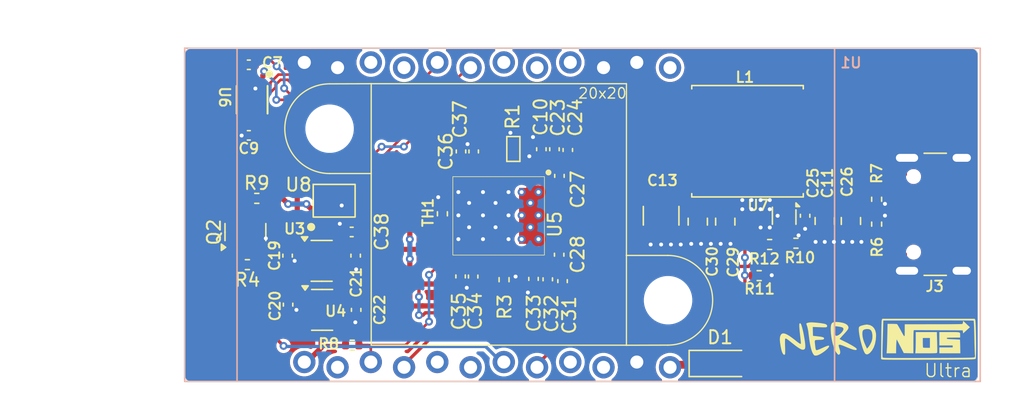
<source format=kicad_pcb>
(kicad_pcb (version 20240108) (generator "pcbnew") (generator_version "8.0")
  (layers (0 "F.Cu" signal) (31 "B.Cu" signal) (34 "B.Paste" user) (35 "F.Paste" user) (36 "B.SilkS" user "B.Silkscreen") (37 "F.SilkS" user "F.Silkscreen") (38 "B.Mask" user) (39 "F.Mask" user) (44 "Edge.Cuts" user))
  (net 0 "")
  (net 1 "/BM1397/1V8")
  (net 2 "GND")
  (net 3 "/BM1397/0V8")
  (net 4 "/BM1397/VDD")
  (net 5 "/BM1397/3V3")
  (net 6 "/Power/PEN")
  (net 7 "Net-(U7-SW)")
  (net 8 "/BM1397/RST_N")
  (net 9 "/BM1397/BM_CLKI")
  (net 10 "/BM1397/TMP")
  (net 15 "Net-(J3-CC1)")
  (net 17 "Net-(J3-CC2)")
  (net 19 "/BM1397/RO")
  (net 20 "/BM1397/CI")
  (net 24 "/BM1397/RST")
  (net 33 "Net-(U7-VFB)")
  (net 34 "/BM1397/TX")
  (net 35 "/BM1397/RX")
  (net 38 "/Power/VBUS")
  (net 39 "Net-(D1-K)")
  (net 40 "Net-(U5-VDD3_0)")
  (net 41 "Net-(U5-VDD2_0)")
  (net 42 "Net-(U5-VDD1_0)")
  (net 43 "Net-(U5-VDD1_1)")
  (net 44 "Net-(U5-VDD2_1)")
  (net 45 "Net-(U5-VDD3_1)")
  (net 46 "Net-(U5-BI)")
  (net 47 "Net-(U5-RI)")
  (footprint "Package_TO_SOT_SMD:SOT-23-5" (layer "F.Cu") (at 90.8 73.5)
    (property "Reference" "U4")
    (property "Value" "MCP1824T-0802E")
  )
  (footprint "Resistor_SMD:R_0402_1005Metric" (layer "F.Cu") (at 133.165 65.04 90)
    (property "Reference" "R7")
    (property "Value" "5.1k")
  )
  (footprint "Inductor_SMD:L_Cenker_CKCS8040" (layer "F.Cu") (at 123.3 60.6 180)
    (property "Reference" "L1")
    (property "Value" "1.5µH/8A/11.5A")
  )
  (footprint "LOGO" (layer "F.Cu") (at 133.27 75.74)
    (property "Reference" "G***" (hide yes))
    (property "Value" "LOGO" (hide yes))
  )
  (footprint "Capacitor_SMD:C_0805_2012Metric" (layer "F.Cu") (at 121.6 66.75 -90)
    (property "Reference" "C29")
    (property "Value" "22uF")
  )
  (footprint "Capacitor_SMD:C_0402_1005Metric" (layer "F.Cu") (at 108.91 69.28 -90)
    (property "Reference" "C28")
    (property "Value" "1uF")
  )
  (footprint "Capacitor_SMD:C_0402_1005Metric" (layer "F.Cu") (at 108.93 63.25 -90)
    (property "Reference" "C27")
    (property "Value" "1uF")
  )
  (footprint "Capacitor_SMD:C_0402_1005Metric" (layer "F.Cu") (at 85.2 54.7504 180)
    (property "Reference" "C7")
    (property "Value" "0.1uF")
  )
  (footprint "Resistor_SMD:R_0402_1005Metric" (layer "F.Cu") (at 133.165 66.94 -90)
    (property "Reference" "R6")
    (property "Value" "5.1k")
  )
  (footprint "Capacitor_SMD:C_0402_1005Metric" (layer "F.Cu") (at 107.55 61.21 -90)
    (property "Reference" "C10")
    (property "Value" "1uF")
  )
  (footprint "Capacitor_SMD:C_0402_1005Metric" (layer "F.Cu") (at 108.04 71.16 -90)
    (property "Reference" "C32")
    (property "Value" "1uF")
  )
  (footprint "Capacitor_SMD:C_0402_1005Metric" (layer "F.Cu") (at 88.2 73.1 -90)
    (property "Reference" "C20")
    (property "Value" "0.1uF")
  )
  (footprint "Capacitor_SMD:C_0402_1005Metric" (layer "F.Cu") (at 101.41 61.38 90)
    (property "Reference" "C36")
    (property "Value" "1uF")
  )
  (footprint "Capacitor_SMD:C_0402_1005Metric" (layer "F.Cu") (at 93.06 67.54)
    (property "Reference" "C38")
    (property "Value" "0.1uF")
  )
  (footprint "Capacitor_SMD:C_0402_1005Metric" (layer "F.Cu") (at 109.57 61.27 -90)
    (property "Reference" "C24")
    (property "Value" "1uF")
  )
  (footprint "Connector_USB:USB_C_Receptacle_GCT_USB4105-xx-A_16P_TopMnt_Horizontal" (layer "F.Cu") (at 138.59 66.19 90)
    (property "Reference" "J3")
    (property "Value" "USB_C_Receptacle_USB2.0")
  )
  (footprint "Capacitor_SMD:C_0402_1005Metric" (layer "F.Cu") (at 108.55 61.21 -90)
    (property "Reference" "C23")
    (property "Value" "1uF")
  )
  (footprint "Resistor_SMD:R_0402_1005Metric" (layer "F.Cu") (at 93.1 76.2 180)
    (property "Reference" "R8")
    (property "Value" "10k")
  )
  (footprint "Resistor_SMD:R_0402_1005Metric" (layer "F.Cu") (at 85.09 70.04 180)
    (property "Reference" "R4")
    (property "Value" "10k")
  )
  (footprint "Capacitor_SMD:C_0402_1005Metric" (layer "F.Cu") (at 109.17 71.3 -90)
    (property "Reference" "C31")
    (property "Value" "1uF")
  )
  (footprint "Capacitor_SMD:C_0402_1005Metric" (layer "F.Cu") (at 106.95 71.13 -90)
    (property "Reference" "C33")
    (property "Value" "1uF")
  )
  (footprint "Capacitor_SMD:C_0805_2012Metric" (layer "F.Cu") (at 131.2 66.7 -90)
    (property "Reference" "C26")
    (property "Value" "10uF")
  )
  (footprint "Package_TO_SOT_SMD:SOT-23" (layer "F.Cu") (at 84.94 67.55 90)
    (property "Reference" "Q2")
    (property "Value" "2N7002")
  )
  (footprint "Capacitor_SMD:C_0805_2012Metric" (layer "F.Cu") (at 129.2 66.7 -90)
    (property "Reference" "C11")
    (property "Value" "10uF")
  )
  (footprint "Capacitor_SMD:C_0805_2012Metric" (layer "F.Cu") (at 119.5 66.75 -90)
    (property "Reference" "C30")
    (property "Value" "22uF")
  )
  (footprint "Capacitor_SMD:C_1210_3225Metric" (layer "F.Cu") (at 116.7 66.3 -90)
    (property "Reference" "C13")
    (property "Value" "330uF")
  )
  (footprint "Capacitor_SMD:C_0402_1005Metric" (layer "F.Cu") (at 93.3625 69.350001 -90)
    (property "Reference" "C21")
    (property "Value" "1uF")
  )
  (footprint "Fiducial:Fiducial_1mm_Mask2mm" (layer "F.Cu") (at 139.3 55.1)
    (property "Reference" "FID2" (hide yes))
    (property "Value" "Fiducial")
  )
  (footprint "Capacitor_SMD:C_0402_1005Metric" (layer "F.Cu") (at 85.2 60.1504 180)
    (property "Reference" "C9")
    (property "Value" "0.1uF")
  )
  (footprint "Diode_SMD:D_SOD-123" (layer "F.Cu") (at 121.2 77.6)
    (property "Reference" "D1")
    (property "Value" "1N5819WS")
  )
  (footprint "Resistor_SMD:R_0402_1005Metric" (layer "F.Cu") (at 124.99 68.5 180)
    (property "Reference" "R12")
    (property "Value" "9.31k")
  )
  (footprint "bitaxe:SO8_DCU_TEX" (layer "F.Cu") (at 85.450063 57.4252 -90)
    (property "Reference" "U6")
    (property "Value" "TXU0202DCUR")
  )
  (footprint "Capacitor_SMD:C_0402_1005Metric" (layer "F.Cu") (at 88.1625 69.350001 -90)
    (property "Reference" "C19")
    (property "Value" "1uF")
  )
  (footprint "Capacitor_SMD:C_0402_1005Metric" (layer "F.Cu") (at 93.4 73.5 -90)
    (property "Reference" "C22")
    (property "Value" "1uF")
  )
  (footprint "myfootprints:960-19-15-F-AB-0" (layer "F.Cu") (at 104.3 66.2 90)
    (property "Reference" "HS1" (hide yes))
    (property "Value" "Heatsink")
  )
  (footprint "bitaxe:O 25,0-JO32-B-1V3-1-T1-LF" (layer "F.Cu") (at 91.72 65.15)
    (property "Reference" "U8")
    (property "Value" "25MHz")
  )
  (footprint "Fiducial:Fiducial_1mm_Mask2mm" (layer "F.Cu") (at 81.9 77.4)
    (property "Reference" "FID3" (hide yes))
    (property "Value" "Fiducial")
  )
  (footprint "myfootprints:dummy" (layer "F.Cu") (at 91.38 59.65 180)
    (property "Reference" "REF**" (hide yes))
    (property "Value" "dummy" (hide yes))
  )
  (footprint "Resistor_SMD:R_0402_1005Metric" (layer "F.Cu") (at 99.99 66.15 -90)
    (property "Reference" "TH1")
    (property "Value" "10k Thermistor")
  )
  (footprint "Capacitor_SMD:C_0402_1005Metric" (layer "F.Cu") (at 102.38 61.38 90)
    (property "Reference" "C37")
    (property "Value" "1uF")
  )
  (footprint "Package_TO_SOT_SMD:SOT-23-5" (layer "F.Cu") (at 90.7625 69.750001)
    (property "Reference" "U3")
    (property "Value" "MCP1824T-1802E")
  )
  (footprint "Capacitor_SMD:C_0402_1005Metric" (layer "F.Cu") (at 101.38 70.94 -90)
    (property "Reference" "C35")
    (property "Value" "1uF")
  )
  (footprint "bitaxe:BM1366" (layer "F.Cu") (at 104.283758 66.307743 -90)
    (property "Reference" "U5")
    (property "Value" "BM1366_mode1")
  )
  (footprint "Resistor_SMD:R_0402_1005Metric" (layer "F.Cu") (at 127 68.4 180)
    (property "Reference" "R10")
    (property "Value" "10k")
  )
  (footprint "Resistor_SMD:R_0402_1005Metric" (layer "F.Cu") (at 104.7 71.19 -90)
    (property "Reference" "R3")
    (property "Value" "10k")
  )
  (footprint "Capacitor_SMD:C_0402_1005Metric" (layer "F.Cu") (at 102.34 70.95 -90)
    (property "Reference" "C34")
    (property "Value" "1uF")
  )
  (footprint "PCM_Resistor_SMD_AKL:R_0402_1005Metric" (layer "F.Cu") (at 105.41 61.19 -90)
    (property "Reference" "R1")
    (property "Value" "10k" (hide yes))
  )
  (footprint "myfootprints:SOT-563" (layer "F.Cu") (at 126.1 66.3 -90)
    (property "Reference" "U7")
    (property "Value" "TPS566247DRLR")
  )
  (footprint "Fiducial:Fiducial_1mm_Mask2mm" (layer "F.Cu") (at 81.9 55.1)
    (property "Reference" "FID1" (hide yes))
    (property "Value" "Fiducial")
  )
  (footprint "Capacitor_SMD:C_0402_1005Metric" (layer "F.Cu") (at 127.7 66.3 -90)
    (property "Reference" "C25")
    (property "Value" "0.1uF")
  )
  (footprint "Resistor_SMD:R_0402_1005Metric" (layer "F.Cu") (at 85.81 64.97)
    (property "Reference" "R9")
    (property "Value" "5.1k")
  )
  (footprint "Resistor_SMD:R_0402_1005Metric" (layer "F.Cu") (at 124.19 70.88)
    (property "Reference" "R11")
    (property "Value" "10k")
  )
  (footprint "myfootprints:T-Display-S3-friction-fit" (layer "B.Cu") (at 110.69 66.23 -90)
    (property "Reference" "U1")
    (property "Value" "T-Display-S3")
  )
  (gr_arc (start 80.3 54) (mid 80.446447 53.646447) (end 80.8 53.5) (stroke (width 0.05)) (layer "Edge.Cuts"))
  (gr_line (start 80.8 79) (end 140.4 79) (stroke (width 0.05)) (layer "Edge.Cuts"))
  (gr_arc (start 140.9 78.5) (mid 140.753553 78.853553) (end 140.4 79) (stroke (width 0.05)) (layer "Edge.Cuts"))
  (gr_arc (start 80.8 79) (mid 80.446447 78.853553) (end 80.3 78.5) (stroke (width 0.05)) (layer "Edge.Cuts"))
  (gr_line (start 80.3 54) (end 80.3 78.5) (stroke (width 0.05)) (layer "Edge.Cuts"))
  (gr_line (start 140.9 78.5) (end 140.9 54) (stroke (width 0.05)) (layer "Edge.Cuts"))
  (gr_line (start 140.4 53.5) (end 80.8 53.5) (stroke (width 0.05)) (layer "Edge.Cuts"))
  (gr_arc (start 140.4 53.5) (mid 140.753553 53.646447) (end 140.9 54) (stroke (width 0.05)) (layer "Edge.Cuts"))
  (gr_text "20x20" (at 110.3 57.4 0) (layer "F.SilkS") (effects (font (size 0.8 0.8) (thickness 0.1)) (justify left bottom)))
  (gr_text "Ultra" (at 136.73 78.73 0) (layer "F.SilkS") (effects (font (size 1 1) (thickness 0.1)) (justify left bottom)))
  (segment (start 86.2304 60.1504) (end 85.68 60.1504) (width 0.4) (layer "F.Cu") (net 1))
  (segment (start 90.445 66.425) (end 91.535 67.515) (width 0.4) (layer "F.Cu") (net 1))
  (segment (start 85.700126 60.130274) (end 85.68 60.1504) (width 0.2) (layer "F.Cu") (net 1))
  (segment (start 100.41 61.86) (end 101.41 61.86) (width 0.4) (layer "F.Cu") (net 1))
  (segment (start 98.2 69) (end 98.070001 68.870001) (width 0.4) (layer "F.Cu") (net 1))
  (segment (start 90.445 64.365) (end 90.445 65.4) (width 0.4) (layer "F.Cu") (net 1))
  (segment (start 98.070001 68.870001) (end 93.3625 68.870001) (width 0.4) (layer "F.Cu") (net 1))
  (segment (start 98.2 71.8) (end 98.48 71.52) (width 0.254) (layer "F.Cu") (net 1))
  (segment (start 98.686246 73.723) (end 98.509246 73.9) (width 0.254) (layer "F.Cu") (net 1))
  (segment (start 87.8 65) (end 88.2 65.4) (width 0.4) (layer "F.Cu") (net 1))
  (segment (start 89.6 65.4) (end 89.6 65.42) (width 0.4) (layer "F.Cu") (net 1))
  (segment (start 101.033758 69.223743) (end 101.033758 70.113758) (width 0.2) (layer "F.Cu") (net 1))
  (segment (start 85.700126 59) (end 85.700126 60.130274) (width 0.2) (layer "F.Cu") (net 1))
  (segment (start 90.445 65.4) (end 90.445 66.265) (width 0.4) (layer "F.Cu") (net 1))
  (segment (start 101.020758 63.391743) (end 101.020758 62.249242) (width 0.2) (layer "F.Cu") (net 1))
  (segment (start 99.126008 71.52) (end 98.52 71.52) (width 0.4) (layer "F.Cu") (net 1))
  (segment (start 91.9 68.800002) (end 91.535 68.435002) (width 0.4) (layer "F.Cu") (net 1))
  (segment (start 91.9 68.800002) (end 93.292501 68.800002) (width 0.4) (layer "F.Cu") (net 1))
  (segment (start 100.88 70.46) (end 101.38 70.46) (width 0.4) (layer "F.Cu") (net 1))
  (segment (start 93.3625 68.870001) (end 93.3625 67.7175) (width 0.4) (layer "F.Cu") (net 1))
  (segment (start 101.020758 62.249242) (end 101.41 61.86) (width 0.2) (layer "F.Cu") (net 1))
  (segment (start 90.445 66.265) (end 90.445 66.425) (width 0.4) (layer "F.Cu") (net 1))
  (segment (start 98.509246 73.9) (end 98.2 73.9) (width 0.254) (layer "F.Cu") (net 1))
  (segment (start 86.7 65) (end 87.8 65) (width 0.4) (layer "F.Cu") (net 1))
  (segment (start 99.126008 71.52) (end 99.82 71.52) (width 0.4) (layer "F.Cu") (net 1))
  (segment (start 98.48 71.52) (end 99.126008 71.52) (width 0.254) (layer "F.Cu") (net 1))
  (segment (start 98.216669 71.216669) (end 98.216669 64.053331) (width 0.4) (layer "F.Cu") (net 1))
  (segment (start 90.445 64.365) (end 86.2304 60.1504) (width 0.4) (layer "F.Cu") (net 1))
  (segment (start 85.700126 59) (end 85.2 59) (width 0.2) (layer "F.Cu") (net 1))
  (segment (start 91.535 68.435002) (end 91.535 67.515) (width 0.4) (layer "F.Cu") (net 1))
  (segment (start 104.7 71.7) (end 102.677 73.723) (width 0.254) (layer "F.Cu") (net 1))
  (segment (start 98.216669 64.053331) (end 100.41 61.86) (width 0.4) (layer "F.Cu") (net 1))
  (segment (start 101.033758 70.113758) (end 101.38 70.46) (width 0.2) (layer "F.Cu") (net 1))
  (segment (start 86.41 65) (end 86.7 65) (width 0.4) (layer "F.Cu") (net 1))
  (segment (start 89.6 65.42) (end 90.445 66.265) (width 0.4) (layer "F.Cu") (net 1))
  (segment (start 98.2 72.5) (end 98.2 71.8) (width 0.254) (layer "F.Cu") (net 1))
  (segment (start 98.52 71.52) (end 98.216669 71.216669) (width 0.4) (layer "F.Cu") (net 1))
  (segment (start 93.3625 67.7175) (end 93.54 67.54) (width 0.4) (layer "F.Cu") (net 1))
  (segment (start 102.677 73.723) (end 98.686246 73.723) (width 0.254) (layer "F.Cu") (net 1))
  (segment (start 93.292501 68.800002) (end 93.3625 68.870001) (width 0.4) (layer "F.Cu") (net 1))
  (segment (start 99.82 71.52) (end 100.88 70.46) (width 0.4) (layer "F.Cu") (net 1))
  (via (at 89.6 65.4) (size 0.6) (drill 0.3) (layers "F.Cu" "B.Cu") (net 1))
  (via (at 98.2 73.9) (size 0.6) (drill 0.3) (layers "F.Cu" "B.Cu") (net 1))
  (via (at 88.2 65.4) (size 0.6) (drill 0.3) (layers "F.Cu" "B.Cu") (net 1))
  (via (at 98.2 72.5) (size 0.6) (drill 0.3) (layers "F.Cu" "B.Cu") (net 1))
  (segment (start 98.2 73.9) (end 98.2 72.5) (width 0.254) (layer "B.Cu") (net 1))
  (segment (start 88.2 65.4) (end 89.6 65.4) (width 0.4) (layer "B.Cu") (net 1))
  (segment (start 102.34 71.43) (end 102.23 71.43) (width 0.2) (layer "F.Cu") (net 2))
  (segment (start 102.01 67.99) (end 102.01 67.9) (width 0.2) (layer "F.Cu") (net 2))
  (segment (start 129.2 67.65) (end 131.2 67.65) (width 0.6) (layer "F.Cu") (net 2))
  (segment (start 89.625 69.750001) (end 88.2425 69.750001) (width 0.4) (layer "F.Cu") (net 2))
  (segment (start 101.38 71.42) (end 101.46 71.42) (width 0.2) (layer "F.Cu") (net 2))
  (segment (start 133.8 65.39) (end 133.325 65.39) (width 0.2) (layer "F.Cu") (net 2))
  (segment (start 106.040758 63.391743) (end 106.040758 62.573852) (width 0.2) (layer "F.Cu") (net 2))
  (segment (start 119.5 67.7) (end 119.5 68.2) (width 0.6) (layer "F.Cu") (net 2))
  (segment (start 101.91 60.82) (end 101.99 60.9) (width 0.4) (layer "F.Cu") (net 2))
  (segment (start 121.6 68.1) (end 121.25 68.45) (width 0.6) (layer "F.Cu") (net 2))
  (segment (start 102.769 65.039) (end 102.86 65.13) (width 0.2) (layer "F.Cu") (net 2))
  (segment (start 134.91 69.39) (end 134.91 69.935) (width 0.2) (layer "F.Cu") (net 2))
  (segment (start 101.41 60.9) (end 101.83 60.9) (width 0.4) (layer "F.Cu") (net 2))
  (segment (start 106.52 72.17) (end 106.52 72.04) (width 0.2) (layer "F.Cu") (net 2))
  (segment (start 99.99 65.2) (end 99.99 65.64) (width 0.2) (layer "F.Cu") (net 2))
  (segment (start 126.888248 66.3) (end 125.6 66.3) (width 0.4) (layer "F.Cu") (net 2))
  (segment (start 92.150604 67.170604) (end 92.495 67.515) (width 0.2) (layer "F.Cu") (net 2))
  (segment (start 99.99 65.64) (end 100 65.63) (width 0.2) (layer "F.Cu") (net 2))
  (segment (start 102.024758 63.391743) (end 102.024758 64.375242) (width 0.2) (layer "F.Cu") (net 2))
  (segment (start 127.51 68.11) (end 127.2 67.8) (width 0.2) (layer "F.Cu") (net 2))
  (segment (start 106.63 61.98461) (end 106.63 61.75) (width 0.2) (layer "F.Cu") (net 2))
  (segment (start 103.88 66.15) (end 103.88 66.17) (width 0.2) (layer "F.Cu") (net 2))
  (segment (start 102.83 66.99) (end 102.01 66.17) (width 0.2) (layer "F.Cu") (net 2))
  (segment (start 125.6 67.05) (end 125.6 65.55) (width 0.2) (layer "F.Cu") (net 2))
  (segment (start 85.95 68.404999) (end 86.325 68.029999) (width 0.2) (layer "F.Cu") (net 2))
  (segment (start 105.41 60.68) (end 105.41 60.17853) (width 0.2) (layer "F.Cu") (net 2))
  (segment (start 121.6 67.7) (end 120.5 67.7) (width 0.6) (layer "F.Cu") (net 2))
  (segment (start 103.88 66.17) (end 103.9 66.17) (width 0.2) (layer "F.Cu") (net 2))
  (segment (start 101.46 71.42) (end 101.85 71.81) (width 0.2) (layer "F.Cu") (net 2))
  (segment (start 121.6 67.7) (end 122.1 67.2) (width 0.6) (layer "F.Cu") (net 2))
  (segment (start 101.83 60.9) (end 101.91 60.82) (width 0.4) (layer "F.Cu") (net 2))
  (segment (start 123.82 66.48) (end 124.1 66.48) (width 0.6) (layer "F.Cu") (net 2))
  (segment (start 100 65.63) (end 100.16 65.63) (width 0.2) (layer "F.Cu") (net 2))
  (segment (start 102.83 67.28) (end 102.83 67.08) (width 0.2) (layer "F.Cu") (net 2))
  (segment (start 93.4 73.98) (end 93.4 74.387501) (width 0.4) (layer "F.Cu") (net 2))
  (segment (start 86.325 68.029999) (end 86.5 68.029999) (width 0.2) (layer "F.Cu") (net 2))
  (segment (start 122 68.1) (end 121.6 67.7) (width 0.6) (layer "F.Cu") (net 2))
  (segment (start 122 68.45) (end 122.1 68.45) (width 0.6) (layer "F.Cu") (net 2))
  (segment (start 123.1 67.2) (end 123.82 66.48) (width 0.6) (layer "F.Cu") (net 2))
  (segment (start 133.8 66.29) (end 133.66 66.43) (width 0.2) (layer "F.Cu") (net 2))
  (segment (start 102.86 65.31) (end 103.04 65.31) (width 0.2) (layer "F.Cu") (net 2))
  (segment (start 92.150604 66.912971) (end 92.150604 67.170604) (width 0.2) (layer "F.Cu") (net 2))
  (segment (start 99.67 64.88) (end 99.99 65.2) (width 0.2) (layer "F.Cu") (net 2))
  (segment (start 106.040758 70.489242) (end 105.58 70.95) (width 0.2) (layer "F.Cu") (net 2))
  (segment (start 134.91 62.99) (end 134.91 62.445) (width 0.2) (layer "F.Cu") (net 2))
  (segment (start 128.25 67.65) (end 129.2 67.65) (width 0.6) (layer "F.Cu") (net 2))
  (segment (start 121.6 67.7) (end 121.6 68.1) (width 0.6) (layer "F.Cu") (net 2))
  (segment (start 127.7 67.1) (end 128.25 67.65) (width 0.6) (layer "F.Cu") (net 2))
  (segment (start 101.99 60.9) (end 102.38 60.9) (width 0.4) (layer "F.Cu") (net 2))
  (segment (start 102.033758 69.223743) (end 102.033758 68.013758) (width 0.2) (layer "F.Cu") (net 2))
  (segment (start 93.3625 70.362502) (end 93.4 70.400002) (width 0.4) (layer "F.Cu") (net 2))
  (segment (start 88.2425 69.750001) (end 88.1625 69.830001) (width 0.4) (layer "F.Cu") (net 2))
  (segment (start 102.778 67.332) (end 102.83 67.28) (width 0.2) (layer "F.Cu") (net 2))
  (segment (start 119.5 67.95) (end 119 68.45) (width 0.6) (layer "F.Cu") (net 2))
  (segment (start 102.23 71.43) (end 101.85 71.81) (width 0.2) (layer "F.Cu") (net 2))
  (segment (start 119.5 68.2) (end 119.75 68.45) (width 0.6) (layer "F.Cu") (net 2))
  (segment (start 116.925 67.7) (end 116.7 67.475) (width 0.6) (layer "F.Cu") (net 2))
  (segment (start 107.36 60.73) (end 106.91 60.28) (width 0.2) (layer "F.Cu") (net 2))
  (segment (start 127.7 66.78) (end 127.368248 66.78) (width 0.4) (layer "F.Cu") (net 2))
  (segment (start 106.040758 69.223743) (end 106.040758 70.489242) (width 0.2) (layer "F.Cu") (net 2))
  (segment (start 92.295 65.515) (end 92.295 65.595) (width 0.2) (layer "F.Cu") (net 2))
  (segment (start 127.368248 66.78) (end 126.888248 66.3) (width 0.4) (layer "F.Cu") (net 2))
  (segment (start 103.04 65.31) (end 103.88 66.15) (width 0.2) (layer "F.Cu") (net 2))
  (segment (start 119.5 67.7) (end 119.5 67.95) (width 0.6) (layer "F.Cu") (net 2))
  (segment (start 125.12 70.88) (end 125.15 70.85) (width 0.2) (layer "F.Cu") (net 2))
  (segment (start 120.5 67.7) (end 119.5 67.7) (width 0.6) (layer "F.Cu") (net 2))
  (segment (start 133.66 66.43) (end 133.165 66.43) (width 0.2) (layer "F.Cu") (net 2))
  (segment (start 102.83 67.08) (end 102.83 66.99) (width 0.2) (layer "F.Cu") (net 2))
  (segment (start 102.033758 68.013758) (end 102.01 67.99) (width 0.2) (layer "F.Cu") (net 2))
  (segment (start 107.09 71.33) (end 107.09 71.43) (width 0.2) (layer "F.Cu") (net 2))
  (segment (start 105.41 60.17853) (end 105.185735 59.954265) (width 0.2) (layer "F.Cu") (net 2))
  (segment (start 124.7 70.88) (end 125.12 70.88) (width 0.2) (layer "F.Cu") (net 2))
  (segment (start 127.7 66.78) (end 127.7 67.1) (width 0.6) (layer "F.Cu") (net 2))
  (segment (start 93.3625 69.830001) (end 93.3625 70.362502) (width 0.4) (layer "F.Cu") (net 2))
  (segment (start 106.040758 62.573852) (end 106.63 61.98461) (width 0.2) (layer "F.Cu") (net 2))
  (segment (start 102.024758 64.375242) (end 102.01 64.39) (width 0.2) (layer "F.Cu") (net 2))
  (segment (start 102.83 67.08) (end 103.03 67.08) (width 0.2) (layer "F.Cu") (net 2))
  (segment (start 134.91 69.935) (end 135.485 70.51) (width 0.2) (layer "F.Cu") (net 2))
  (segment (start 119.5 67.7) (end 116.925 67.7) (width 0.6) (layer "F.Cu") (net 2))
  (segment (start 88.28 73.5) (end 88.2 73.58) (width 0.4) (layer "F.Cu") (net 2))
  (segment (start 125.42 66.48) (end 125.6 66.3) (width 0.6) (layer "F.Cu") (net 2))
  (segment (start 120.5 67.7) (end 120.5 68.45) (width 0.6) (layer "F.Cu") (net 2))
  (segment (start 124.1 66.48) (end 125.42 66.48) (width 0.6) (layer "F.Cu") (net 2))
  (segment (start 122.1 67.2) (end 123.1 67.2) (width 0.6) (layer "F.Cu") (net 2))
  (segment (start 84.72 60.1504) (end 84.664244 60.1504) (width 0.2) (layer "F.Cu") (net 2))
  (segment (start 102.01 67.9) (end 102.83 67.08) (width 0.2) (layer "F.Cu") (net 2))
  (segment (start 122 68.45) (end 122 68.1) (width 0.6) (layer "F.Cu") (net 2))
  (segment (start 127.51 68.3) (end 127.51 68.11) (width 0.2) (layer "F.Cu") (net 2))
  (segment (start 134.91 62.445) (end 135.485 61.87) (width 0.2) (layer "F.Cu") (net 2))
  (segment (start 92.705 66.005) (end 93.295 66.005) (width 0.2) (layer "F.Cu") (net 2))
  (segment (start 89.6625 73.5) (end 88.28 73.5) (width 0.4) (layer "F.Cu") (net 2))
  (segment (start 92.295 65.595) (end 92.705 66.005) (width 0.2) (layer "F.Cu") (net 2))
  (segment (start 85.700126 56.564582) (end 85.703276 56.567732) (width 0.2) (layer "F.Cu") (net 2))
  (segment (start 103.9 66.17) (end 103.92 66.19) (width 0.2) (layer "F.Cu") (net 2))
  (segment (start 85.700126 55.8504) (end 85.700126 54.770526) (width 0.2) (layer "F.Cu") (net 2))
  (segment (start 102.86 65.13) (end 102.86 65.31) (width 0.2) (layer "F.Cu") (net 2))
  (segment (start 106.52 72.04) (end 106.95 71.61) (width 0.2) (layer "F.Cu") (net 2))
  (segment (start 85.700126 55.8504) (end 85.700126 56.564582) (width 0.2) (layer "F.Cu") (net 2))
  (segment (start 85.700126 54.770526) (end 85.68 54.7504) (width 0.2) (layer "F.Cu") (net 2))
  (segment (start 107.55 60.73) (end 107.36 60.73) (width 0.2) (layer "F.Cu") (net 2))
  (segment (start 84.664244 60.1504) (end 84.65 60.164644) (width 0.2) (layer "F.Cu") (net 2))
  (segment (start 103.03 67.08) (end 103.92 66.19) (width 0.2) (layer "F.Cu") (net 2))
  (segment (start 93.4 74.387501) (end 93.3375 74.450001) (width 0.4) (layer "F.Cu") (net 2))
  (via (at 124.3 67.2) (size 0.6) (drill 0.3) (layers "F.Cu" "B.Cu") (net 2))
  (via (at 131.3 68.3) (size 0.6) (drill 0.3) (layers "F.Cu" "B.Cu") (net 2))
  (via (at 125.6 66.3) (size 0.6) (drill 0.3) (layers "F.Cu" "B.Cu") (net 2))
  (via (at 99.67 64.88) (size 0.6) (drill 0.3) (layers "F.Cu" "B.Cu") (net 2))
  (via (at 106.52 72.17) (size 0.6) (drill 0.3) (layers "F.Cu" "B.Cu") (net 2))
  (via (at 102.03 65.32) (size 0.6) (drill 0.3) (layers "F.Cu" "B.Cu") (net 2))
  (via (at 88.8375 73.5) (size 0.6) (drill 0.3) (layers "F.Cu" "B.Cu") (net 2))
  (via (at 88.7 69.750001) (size 0.6) (drill 0.3) (layers "F.Cu" "B.Cu") (net 2))
  (via (at 127.2 67.8) (size 0.6) (drill 0.3) (layers "F.Cu" "B.Cu") (net 2))
  (via (at 125 65.8) (size 0.6) (drill 0.3) (layers "F.Cu" "B.Cu") (net 2))
  (via (at 105.04 66.27) (size 0.6) (drill 0.3) (layers "F.Cu" "B.Cu") (net 2))
  (via (at 122.9 65.1) (size 0.6) (drill 0.3) (layers "F.Cu" "B.Cu") (net 2))
  (via (at 124.3 65.1) (size 0.6) (drill 0.3) (layers "F.Cu" "B.Cu") (net 2))
  (via (at 122.9 65.8) (size 0.6) (drill 0.3) (layers "F.Cu" "B.Cu") (net 2))
  (via (at 105.58 70.95) (size 0.6) (drill 0.3) (layers "F.Cu" "B.Cu") (net 2))
  (via (at 101.21 64.49) (size 0.6) (drill 0.3) (layers "F.Cu" "B.Cu") (net 2))
  (via (at 106.91 60.28) (size 0.6) (drill 0.3) (layers "F.Cu" "B.Cu") (net 2))
  (via (at 102.03 67.18) (size 0.6) (drill 0.3) (layers "F.Cu" "B.Cu") (net 2))
  (via (at 121.25 68.45) (size 0.6) (drill 0.3) (layers "F.Cu" "B.Cu") (net 2))
  (via (at 103.09 66.27) (size 0.6) (drill 0.3) (layers "F.Cu" "B.Cu") (net 2))
  (via (at 123.6 65.1) (size 0.6) (drill 0.3) (layers "F.Cu" "B.Cu") (net 2))
  (via (at 101.21 66.27) (size 0.6) (drill 0.3) (layers "F.Cu" "B.Cu") (net 2))
  (via (at 127.7 67.3) (size 0.6) (drill 0.3) (layers "F.Cu" "B.Cu") (net 2))
  (via (at 93.3375 74.450001) (size 0.6) (drill 0.3) (layers "F.Cu" "B.Cu") (net 2))
  (via (at 85.703276 56.567732) (size 0.6) (drill 0.3) (layers "F.Cu" "B.Cu") (net 2))
  (via (at 105.185735 59.954265) (size 0.6) (drill 0.3) (layers "F.Cu" "B.Cu") (net 2))
  (via (at 105.04 68.09) (size 0.6) (drill 0.3) (layers "F.Cu" "B.Cu") (net 2))
  (via (at 122 68.45) (size 0.6) (drill 0.3) (layers "F.Cu" "B.Cu") (net 2))
  (via (at 128.5 68.3) (size 0.6) (drill 0.3) (layers "F.Cu" "B.Cu") (net 2))
  (via (at 119 68.45) (size 0.6) (drill 0.3) (layers "F.Cu" "B.Cu") (net 2))
  (via (at 104.05 67.18) (size 0.6) (drill 0.3) (layers "F.Cu" "B.Cu") (net 2))
  (via (at 106.63 61.75) (size 0.6) (drill 0.3) (layers "F.Cu" "B.Cu") (net 2))
  (via (at 101.85 71.81) (size 0.6) (drill 0.3) (layers "F.Cu" "B.Cu") (net 2))
  (via (at 92.150604 66.912971) (size 0.6) (drill 0.3) (layers "F.Cu" "B.Cu") (net 2))
  (via (at 125.15 70.85) (size 0.6) (drill 0.3) (layers "F.Cu" "B.Cu") (net 2))
  (via (at 130.6 68.3) (size 0.6) (drill 0.3) (layers "F.Cu" "B.Cu") (net 2))
  (via (at 103.09 64.49) (size 0.6) (drill 0.3) (layers "F.Cu" "B.Cu") (net 2))
  (via (at 118.2 68.5) (size 0.6) (drill 0.3) (layers "F.Cu" "B.Cu") (net 2))
  (via (at 103.09 68.09) (size 0.6) (drill 0.3) (layers "F.Cu" "B.Cu") (net 2))
  (via (at 133.8 66.29) (size 0.6) (drill 0.3) (layers "F.Cu" "B.Cu") (net 2))
  (via (at 105.04 64.49) (size 0.6) (drill 0.3) (layers "F.Cu" "B.Cu") (net 2))
  (via (at 125 65.1) (size 0.6) (drill 0.3) (layers "F.Cu" "B.Cu") (net 2))
  (via (at 101.91 60.82) (size 0.6) (drill 0.3) (layers "F.Cu" "B.Cu") (net 2))
  (via (at 125 67.2) (size 0.6) (drill 0.3) (layers "F.Cu" "B.Cu") (net 2))
  (via (at 120.5 68.45) (size 0.6) (drill 0.3) (layers "F.Cu" "B.Cu") (net 2))
  (via (at 116.7 68.5) (size 0.6) (drill 0.3) (layers "F.Cu" "B.Cu") (net 2))
  (via (at 92.295 65.515) (size 0.6) (drill 0.3) (layers "F.Cu" "B.Cu") (net 2))
  (via (at 117.45 68.5) (size 0.6) (drill 0.3) (layers "F.Cu" "B.Cu") (net 2))
  (via (at 119.75 68.45) (size 0.6) (drill 0.3) (layers "F.Cu" "B.Cu") (net 2))
  (via (at 104.05 65.32) (size 0.6) (drill 0.3) (layers "F.Cu" "B.Cu") (net 2))
  (via (at 129.2 68.3) (size 0.6) (drill 0.3) (layers "F.Cu" "B.Cu") (net 2))
  (via (at 101.21 68.09) (size 0.6) (drill 0.3) (layers "F.Cu" "B.Cu") (net 2))
  (via (at 84.65 60.164644) (size 0.6) (drill 0.3) (layers "F.Cu" "B.Cu") (net 2))
  (via (at 115.9 68.5) (size 0.6) (drill 0.3) (layers "F.Cu" "B.Cu") (net 2))
  (via (at 133.8 65.39) (size 0.6) (drill 0.3) (layers "F.Cu" "B.Cu") (net 2))
  (via (at 129.9 68.3) (size 0.6) (drill 0.3) (layers "F.Cu" "B.Cu") (net 2))
  (via (at 124.3 65.8) (size 0.6) (drill 0.3) (layers "F.Cu" "B.Cu") (net 2))
  (via (at 132 68.3) (size 0.6) (drill 0.3) (layers "F.Cu" "B.Cu") (net 2))
  (via (at 123.6 65.8) (size 0.6) (drill 0.3) (layers "F.Cu" "B.Cu") (net 2))
  (via (at 93.4 70.400002) (size 0.6) (drill 0.3) (layers "F.Cu" "B.Cu") (net 2))
  (via (at 86.5 68.029999) (size 0.6) (drill 0.3) (layers "F.Cu" "B.Cu") (net 2))
  (segment (start 93.58 73.2) (end 93.4 73.02) (width 0.4) (layer "F.Cu") (net 3))
  (segment (start 102.537556 59.98) (end 103.09 60.532444) (width 0.4) (layer "F.Cu") (net 3))
  (segment (start 103.09 60.532444) (end 103.09 61.48) (width 0.4) (layer "F.Cu") (net 3))
  (segment (start 101.533758 69.223743) (end 101.533758 69.663758) (width 0.2) (layer "F.Cu") (net 3))
  (segment (start 102.71 61.86) (end 102.38 61.86) (width 0.4) (layer "F.Cu") (net 3))
  (segment (start 102.6 70.47) (end 102.34 70.47) (width 0.4) (layer "F.Cu") (net 3))
  (segment (start 101.533758 69.663758) (end 102.34 70.47) (width 0.2) (layer "F.Cu") (net 3))
  (segment (start 91.9375 72.550001) (end 92.930001 72.550001) (width 0.4) (layer "F.Cu") (net 3))
  (segment (start 102.267 61.973) (end 102.38 61.86) (width 0.2) (layer "F.Cu") (net 3))
  (segment (start 102 72.757556) (end 101.561556 73.196) (width 0.4) (layer "F.Cu") (net 3))
  (segment (start 101.522758 63.391743) (end 101.522758 62.717242) (width 0.2) (layer "F.Cu") (net 3))
  (segment (start 100.43 59.98) (end 102.537556 59.98) (width 0.4) (layer "F.Cu") (net 3))
  (segment (start 103.05 71.797556) (end 103.05 70.92) (width 0.4) (layer "F.Cu") (net 3))
  (segment (start 97.5 62.91) (end 100.43 59.98) (width 0.4) (layer "F.Cu") (net 3))
  (segment (start 103.05 70.92) (end 102.6 70.47) (width 0.4) (layer "F.Cu") (net 3))
  (segment (start 92.930001 72.550001) (end 93.4 73.02) (width 0.4) (layer "F.Cu") (net 3))
  (segment (start 97.5 68.1) (end 97.5 62.91) (width 0.4) (layer "F.Cu") (net 3))
  (segment (start 101.561556 73.196) (end 98.467956 73.196) (width 0.4) (layer "F.Cu") (net 3))
  (segment (start 97.5 72.8) (end 97.5 69.6) (width 0.4) (layer "F.Cu") (net 3))
  (segment (start 101.522758 62.717242) (end 102.38 61.86) (width 0.2) (layer "F.Cu") (net 3))
  (segment (start 103.09 61.48) (end 102.71 61.86) (width 0.4) (layer "F.Cu") (net 3))
  (segment (start 98.467956 73.196) (end 98.463955 73.2) (width 0.4) (layer "F.Cu") (net 3))
  (segment (start 102.09 72.757556) (end 103.05 71.797556) (width 0.4) (layer "F.Cu") (net 3))
  (segment (start 102 72.757556) (end 102.09 72.757556) (width 0.4) (layer "F.Cu") (net 3))
  (segment (start 97.1 73.2) (end 97.5 72.8) (width 0.4) (layer "F.Cu") (net 3))
  (segment (start 98.463955 73.2) (end 93.58 73.2) (width 0.4) (layer "F.Cu") (net 3))
  (via (at 97.5 68.1) (size 0.6) (drill 0.3) (layers "F.Cu" "B.Cu") (net 3))
  (via (at 97.5 69.6) (size 0.6) (drill 0.3) (layers "F.Cu" "B.Cu") (net 3))
  (segment (start 97.5 69.6) (end 97.5 68.1) (width 0.4) (layer "B.Cu") (net 3))
  (segment (start 106.84 64.39) (end 106.84 64.55) (width 0.2) (layer "F.Cu") (net 4))
  (segment (start 107.496 66.19) (end 107.496 67.356) (width 0.2) (layer "F.Cu") (net 4))
  (segment (start 114.4 69.1) (end 114.4 73.9) (width 0.254) (layer "F.Cu") (net 4))
  (segment (start 123.380423 70.177) (end 115.477 70.177) (width 0.254) (layer "F.Cu") (net 4))
  (segment (start 124.49 69.067423) (end 123.380423 70.177) (width 0.254) (layer "F.Cu") (net 4))
  (segment (start 112.7 75.6) (end 99.15 75.6) (width 0.254) (layer "F.Cu") (net 4))
  (segment (start 115.477 70.177) (end 114.4 69.1) (width 0.254) (layer "F.Cu") (net 4))
  (segment (start 116.7 64.825) (end 114.4 67.125) (width 0.254) (layer "F.Cu") (net 4))
  (segment (start 124.49 68.4) (end 124.49 69.067423) (width 0.254) (layer "F.Cu") (net 4))
  (segment (start 114.4 73.9) (end 112.7 75.6) (width 0.254) (layer "F.Cu") (net 4))
  (segment (start 114.4 67.125) (end 114.4 69.1) (width 0.254) (layer "F.Cu") (net 4))
  (segment (start 106.84 67.99) (end 106.84 67.75) (width 0.2) (layer "F.Cu") (net 4))
  (segment (start 99.15 75.6) (end 97.06 77.69) (width 0.254) (layer "F.Cu") (net 4))
  (segment (start 106.84 67.75) (end 107.51 67.08) (width 0.2) (layer "F.Cu") (net 4))
  (segment (start 106.84 64.55) (end 107.51 65.22) (width 0.2) (layer "F.Cu") (net 4))
  (via (at 107.33 66.27) (size 0.6) (drill 0.3) (layers "F.Cu" "B.Cu") (net 4))
  (via (at 106.71 67.18) (size 0.6) (drill 0.3) (layers "F.Cu" "B.Cu") (net 4))
  (via (at 107.33 68.09) (size 0.6) (drill 0.3) (layers "F.Cu" "B.Cu") (net 4))
  (via (at 106.04 66.27) (size 0.6) (drill 0.3) (layers "F.Cu" "B.Cu") (net 4))
  (via (at 106.71 65.32) (size 0.6) (drill 0.3) (layers "F.Cu" "B.Cu") (net 4))
  (via (at 106.04 68.09) (size 0.6) (drill 0.3) (layers "F.Cu" "B.Cu") (net 4))
  (via (at 107.33 64.49) (size 0.6) (drill 0.3) (layers "F.Cu" "B.Cu") (net 4))
  (via (at 106.04 64.49) (size 0.6) (drill 0.3) (layers "F.Cu" "B.Cu") (net 4))
  (segment (start 88.269999 72.550001) (end 88.2 72.62) (width 0.4) (layer "F.Cu") (net 5))
  (segment (start 89.625 68.800002) (end 88.232499 68.800002) (width 0.4) (layer "F.Cu") (net 5))
  (segment (start 86.5 70) (end 86.2 70) (width 0.4) (layer "F.Cu") (net 5))
  (segment (start 83.9 60.88995) (end 83.9 55.290401) (width 0.4) (layer "F.Cu") (net 5))
  (segment (start 88.232499 68.800002) (end 88.1625 68.870001) (width 0.4) (layer "F.Cu") (net 5))
  (segment (start 84.440001 54.7504) (end 84.72 54.7504) (width 0.4) (layer "F.Cu") (net 5))
  (segment (start 85.2 55.2304) (end 84.72 54.7504) (width 0.2) (layer "F.Cu") (net 5))
  (segment (start 88.9 66.700002) (end 88.9 64.5) (width 0.4) (layer "F.Cu") (net 5))
  (segment (start 83.9 55.290401) (end 84.440001 54.7504) (width 0.4) (layer "F.Cu") (net 5))
  (segment (start 90.6875 68.512502) (end 90.7 68.500002) (width 0.4) (layer "F.Cu") (net 5))
  (segment (start 90.725 74.049998) (end 90.725 73.118026) (width 0.4) (layer "F.Cu") (net 5))
  (segment (start 90.55 76.58) (end 89.44 77.69) (width 0.4) (layer "F.Cu") (net 5))
  (segment (start 90.6875 70.299999) (end 90.6875 68.512502) (width 0.4) (layer "F.Cu") (net 5))
  (segment (start 90.4 68.800002) (end 89.625 68.800002) (width 0.4) (layer "F.Cu") (net 5))
  (segment (start 89.6625 74.449999) (end 90.324999 74.449999) (width 0.4) (layer "F.Cu") (net 5))
  (segment (start 90.725 76.405) (end 89.44 77.69) (width 0.4) (layer "F.Cu") (net 5))
  (segment (start 90.287499 70.7) (end 90.6875 70.299999) (width 0.4) (layer "F.Cu") (net 5))
  (segment (start 90.6875 73.080526) (end 90.725 73.118026) (width 0.4) (layer "F.Cu") (net 5))
  (segment (start 90.324999 74.449999) (end 90.725 74.049998) (width 0.4) (layer "F.Cu") (net 5))
  (segment (start 86.167499 69.967499) (end 85.61 69.967499) (width 0.4) (layer "F.Cu") (net 5))
  (segment (start 86.2 70) (end 86.167499 69.967499) (width 0.4) (layer "F.Cu") (net 5))
  (segment (start 87.629999 68.870001) (end 86.5 70) (width 0.4) (layer "F.Cu") (net 5))
  (segment (start 90.725 73.118026) (end 90.156975 72.550001) (width 0.4) (layer "F.Cu") (net 5))
  (segment (start 85.5 61.1) (end 84.11005 61.1) (width 0.4) (layer "F.Cu") (net 5))
  (segment (start 90.7 68.500002) (end 88.9 66.700002) (width 0.4) (layer "F.Cu") (net 5))
  (segment (start 90.156975 72.550001) (end 89.6625 72.550001) (width 0.4) (layer "F.Cu") (net 5))
  (segment (start 88.9 64.5) (end 85.5 61.1) (width 0.4) (layer "F.Cu") (net 5))
  (segment (start 88.1625 68.870001) (end 87.629999 68.870001) (width 0.4) (layer "F.Cu") (net 5))
  (segment (start 90.725 74.049998) (end 90.725 76.405) (width 0.4) (layer "F.Cu") (net 5))
  (segment (start 84.11005 61.1) (end 83.9 60.88995) (width 0.4) (layer "F.Cu") (net 5))
  (segment (start 89.625 70.7) (end 90.287499 70.7) (width 0.4) (layer "F.Cu") (net 5))
  (segment (start 90.7 68.500002) (end 90.4 68.800002) (width 0.4) (layer "F.Cu") (net 5))
  (segment (start 90.6875 70.299999) (end 90.6875 73.080526) (width 0.4) (layer "F.Cu") (net 5))
  (segment (start 85.2 55.8504) (end 85.2 55.2304) (width 0.2) (layer "F.Cu") (net 5))
  (segment (start 92.59 76.2) (end 90.85 76.2) (width 0.2) (layer "F.Cu") (net 5))
  (segment (start 89.6625 72.550001) (end 88.269999 72.550001) (width 0.4) (layer "F.Cu") (net 5))
  (segment (start 107.22 77.69) (end 108.71 76.2) (width 0.254) (layer "F.Cu") (net 6))
  (segment (start 124.141076 67.84) (end 123.1 68.881076) (width 0.254) (layer "F.Cu") (net 6))
  (segment (start 126.1 67.05) (end 126.1 67.54) (width 0.254) (layer "F.Cu") (net 6))
  (segment (start 123.1 70.854) (end 123.654 70.854) (width 0.254) (layer "F.Cu") (net 6))
  (segment (start 123.1 73.8) (end 123.1 70.854) (width 0.254) (layer "F.Cu") (net 6))
  (segment (start 123.654 70.854) (end 123.68 70.88) (width 0.254) (layer "F.Cu") (net 6))
  (segment (start 120.7 76.2) (end 123.1 73.8) (width 0.254) (layer "F.Cu") (net 6))
  (segment (start 125.8 67.84) (end 124.141076 67.84) (width 0.254) (layer "F.Cu") (net 6))
  (segment (start 126.1 67.54) (end 125.8 67.84) (width 0.254) (layer "F.Cu") (net 6))
  (segment (start 123.1 68.881076) (end 123.1 69.499996) (width 0.254) (layer "F.Cu") (net 6))
  (segment (start 108.71 76.2) (end 120.7 76.2) (width 0.254) (layer "F.Cu") (net 6))
  (via (at 123.1 69.499996) (size 0.6) (drill 0.3) (layers "F.Cu" "B.Cu") (net 6))
  (via (at 123.1 70.854) (size 0.6) (drill 0.3) (layers "F.Cu" "B.Cu") (net 6))
  (segment (start 123.1 70.854) (end 123.1 69.499996) (width 0.254) (layer "B.Cu") (net 6))
  (segment (start 88.35 57) (end 103.08 57) (width 0.2) (layer "F.Cu") (net 8))
  (segment (start 83.4 55) (end 84.2596 54.1404) (width 0.2) (layer "F.Cu") (net 8))
  (segment (start 85.4 64.967499) (end 85.4 63.2) (width 0.2) (layer "F.Cu") (net 8))
  (segment (start 103.08 57) (end 105.538758 59.458759) (width 0.2) (layer "F.Cu") (net 8))
  (segment (start 86.603387 54.1404) (end 87.327674 54.864687) (width 0.2) (layer "F.Cu") (net 8))
  (segment (start 87.9 56.55) (end 88.35 57) (width 0.2) (layer "F.Cu") (net 8))
  (segment (start 83.4 61.2) (end 83.4 55) (width 0.2) (layer "F.Cu") (net 8))
  (segment (start 85.4 63.2) (end 83.4 61.2) (width 0.2) (layer "F.Cu") (net 8))
  (segment (start 105.538758 59.458759) (end 106.03 59.950001) (width 0.2) (layer "F.Cu") (net 8))
  (segment (start 84.2596 54.1404) (end 86.603387 54.1404) (width 0.2) (layer "F.Cu") (net 8))
  (segment (start 106.03 59.950001) (end 106.03 62.018924) (width 0.2) (layer "F.Cu") (net 8))
  (segment (start 85 66.529999) (end 85 65.367499) (width 0.254) (layer "F.Cu") (net 8))
  (segment (start 85 65.367499) (end 85.4 64.967499) (width 0.254) (layer "F.Cu") (net 8))
  (segment (start 106.03 62.018924) (end 105.538758 62.510166) (width 0.2) (layer "F.Cu") (net 8))
  (segment (start 105.538758 62.510166) (end 105.538758 63.391743) (width 0.2) (layer "F.Cu") (net 8))
  (via (at 87.9 56.55) (size 0.6) (drill 0.3) (layers "F.Cu" "B.Cu") (net 8))
  (via (at 87.327674 54.864687) (size 0.6) (drill 0.3) (layers "F.Cu" "B.Cu") (net 8))
  (segment (start 87.9 55.437013) (end 87.327674 54.864687) (width 0.2) (layer "B.Cu") (net 8))
  (segment (start 87.9 56.55) (end 87.9 55.437013) (width 0.2) (layer "B.Cu") (net 8))
  (segment (start 104.09 60.05) (end 104.09 62.01) (width 0.2) (layer "F.Cu") (net 9))
  (segment (start 98.41 58.8) (end 102.84 58.8) (width 0.2) (layer "F.Cu") (net 9))
  (segment (start 104.032758 62.067242) (end 104.032758 63.391743) (width 0.2) (layer "F.Cu") (net 9))
  (segment (start 92.845 64.365) (end 98.41 58.8) (width 0.2) (layer "F.Cu") (net 9))
  (segment (start 104.09 62.01) (end 104.032758 62.067242) (width 0.2) (layer "F.Cu") (net 9))
  (segment (start 92.745 64.365) (end 92.845 64.365) (width 0.2) (layer "F.Cu") (net 9))
  (segment (start 102.84 58.8) (end 104.09 60.05) (width 0.2) (layer "F.Cu") (net 9))
  (segment (start 94.52 76.42) (end 94.3 76.2) (width 0.2) (layer "F.Cu") (net 10))
  (segment (start 97.166669 76.2) (end 98.966669 74.4) (width 0.2) (layer "F.Cu") (net 10))
  (segment (start 94.3 76.2) (end 93.61 76.2) (width 0.2) (layer "F.Cu") (net 10))
  (segment (start 93.61 76.2) (end 97.166669 76.2) (width 0.2) (layer "F.Cu") (net 10))
  (segment (start 99.99 69.796669) (end 99.99 66.66) (width 0.2) (layer "F.Cu") (net 10))
  (segment (start 98.966669 70.82) (end 99.99 69.796669) (width 0.2) (layer "F.Cu") (net 10))
  (segment (start 94.52 77.69) (end 94.52 76.42) (width 0.2) (layer "F.Cu") (net 10))
  (via (at 98.966669 74.4) (size 0.6) (drill 0.3) (layers "F.Cu" "B.Cu") (net 10))
  (via (at 98.966669 70.82) (size 0.6) (drill 0.3) (layers "F.Cu" "B.Cu") (net 10))
  (segment (start 98.966669 70.82) (end 98.966669 74.4) (width 0.2) (layer "B.Cu") (net 10))
  (segment (start 133.175 67.44) (end 134.91 67.44) (width 0.2) (layer "F.Cu") (net 15))
  (segment (start 133.175 64.44) (end 134.91 64.44) (width 0.2) (layer "F.Cu") (net 17))
  (segment (start 104.534758 63.391743) (end 104.534758 61.899556) (width 0.2) (layer "F.Cu") (net 19))
  (segment (start 102.03846 57.432774) (end 87.3 57.432774) (width 0.2) (layer "F.Cu") (net 19))
  (segment (start 104.54 59.934314) (end 102.03846 57.432774) (width 0.2) (layer "F.Cu") (net 19))
  (segment (start 104.54 61.894314) (end 104.54 59.934314) (width 0.2) (layer "F.Cu") (net 19))
  (segment (start 86.371817 55.246412) (end 86.371817 55.678835) (width 0.2) (layer "F.Cu") (net 19))
  (segment (start 104.534758 61.899556) (end 104.54 61.894314) (width 0.2) (layer "F.Cu") (net 19))
  (segment (start 86.371817 55.678835) (end 86.200252 55.8504) (width 0.2) (layer "F.Cu") (net 19))
  (via (at 86.371817 55.246412) (size 0.6) (drill 0.3) (layers "F.Cu" "B.Cu") (net 19))
  (via (at 87.3 57.432774) (size 0.6) (drill 0.3) (layers "F.Cu" "B.Cu") (net 19))
  (segment (start 87.3 56.174595) (end 87.3 57.432774) (width 0.2) (layer "B.Cu") (net 19))
  (segment (start 86.371817 55.246412) (end 87.3 56.174595) (width 0.2) (layer "B.Cu") (net 19))
  (segment (start 103.59 60.325338) (end 103.59 63.332501) (width 0.2) (layer "F.Cu") (net 20))
  (segment (start 103.59 63.332501) (end 103.530758 63.391743) (width 0.2) (layer "F.Cu") (net 20))
  (segment (start 97.049265 61.009265) (end 98.81853 59.24) (width 0.2) (layer "F.Cu") (net 20))
  (segment (start 94.1 62.1) (end 89.300252 62.1) (width 0.2) (layer "F.Cu") (net 20))
  (segment (start 94.26147 62.1) (end 95.345735 61.015735) (width 0.2) (layer "F.Cu") (net 20))
  (segment (start 94.1 62.1) (end 94.26147 62.1) (width 0.2) (layer "F.Cu") (net 20))
  (segment (start 102.504662 59.24) (end 103.59 60.325338) (width 0.2) (layer "F.Cu") (net 20))
  (segment (start 89.300252 62.1) (end 86.200252 59) (width 0.2) (layer "F.Cu") (net 20))
  (segment (start 98.81853 59.24) (end 102.504662 59.24) (width 0.2) (layer "F.Cu") (net 20))
  (via (at 97.049265 61.009265) (size 0.6) (drill 0.3) (layers "F.Cu" "B.Cu") (net 20))
  (via (at 95.345735 61.015735) (size 0.6) (drill 0.3) (layers "F.Cu" "B.Cu") (net 20))
  (segment (start 95.345735 61.015735) (end 97.042795 61.015735) (width 0.2) (layer "B.Cu") (net 20))
  (segment (start 97.042795 61.015735) (end 97.049265 61.009265) (width 0.2) (layer "B.Cu") (net 20))
  (segment (start 84.05 68.504999) (end 84.05 69.017499) (width 0.2) (layer "F.Cu") (net 24))
  (segment (start 84.59 72.99) (end 84.59 69.967499) (width 0.254) (layer "F.Cu") (net 24))
  (segment (start 84.05 69.017499) (end 84.5 69.467499) (width 0.2) (layer "F.Cu") (net 24))
  (segment (start 84.59 69.967499) (end 84.59 69.557499) (width 0.2) (layer "F.Cu") (net 24))
  (segment (start 84.59 69.557499) (end 84.5 69.467499) (width 0.2) (layer "F.Cu") (net 24))
  (segment (start 87.855 76.255) (end 84.59 72.99) (width 0.254) (layer "F.Cu") (net 24))
  (via (at 87.855 76.255) (size 0.6) (drill 0.3) (layers "F.Cu" "B.Cu") (net 24))
  (segment (start 87.855 76.255) (end 87.9 76.3) (width 0.254) (layer "B.Cu") (net 24))
  (segment (start 103.29 76.3) (end 104.68 77.69) (width 0.254) (layer "B.Cu") (net 24))
  (segment (start 87.9 76.3) (end 103.29 76.3) (width 0.254) (layer "B.Cu") (net 24))
  (segment (start 125.51 68.3) (end 126.59 68.3) (width 0.2) (layer "F.Cu") (net 33))
  (segment (start 126.6 67.05) (end 126.6 68.29) (width 0.2) (layer "F.Cu") (net 33))
  (segment (start 126.59 68.3) (end 126.6 68.29) (width 0.2) (layer "F.Cu") (net 33))
  (segment (start 84.699874 58.375389) (end 84.699874 59) (width 0.2) (layer "F.Cu") (net 34))
  (segment (start 100.31 56.6) (end 88.869239 56.6) (width 0.2) (layer "F.Cu") (net 34))
  (segment (start 87.25 56.280761) (end 87.25 56.472281) (width 0.2) (layer "F.Cu") (net 34))
  (segment (start 88.869239 56.6) (end 88.169239 55.9) (width 0.2) (layer "F.Cu") (net 34))
  (segment (start 87.630761 55.9) (end 87.25 56.280761) (width 0.2) (layer "F.Cu") (net 34))
  (segment (start 85.450063 57.6252) (end 84.699874 58.375389) (width 0.2) (layer "F.Cu") (net 34))
  (segment (start 102.14 54.77) (end 100.31 56.6) (width 0.2) (layer "F.Cu") (net 34))
  (segment (start 88.169239 55.9) (end 87.630761 55.9) (width 0.2) (layer "F.Cu") (net 34))
  (segment (start 86.097081 57.6252) (end 85.450063 57.6252) (width 0.2) (layer "F.Cu") (net 34))
  (segment (start 87.25 56.472281) (end 86.097081 57.6252) (width 0.2) (layer "F.Cu") (net 34))
  (segment (start 85.284378 57.2252) (end 84.699874 56.640696) (width 0.2) (layer "F.Cu") (net 35))
  (segment (start 86.85 56.306596) (end 85.931396 57.2252) (width 0.2) (layer "F.Cu") (net 35))
  (segment (start 86.85 56.115076) (end 86.85 56.306596) (width 0.2) (layer "F.Cu") (net 35))
  (segment (start 99.6 54.77) (end 98.17 56.2) (width 0.2) (layer "F.Cu") (net 35))
  (segment (start 88.334924 55.5) (end 87.465075 55.5) (width 0.2) (layer "F.Cu") (net 35))
  (segment (start 85.931396 57.2252) (end 85.284378 57.2252) (width 0.2) (layer "F.Cu") (net 35))
  (segment (start 89.034924 56.2) (end 88.334924 55.5) (width 0.2) (layer "F.Cu") (net 35))
  (segment (start 87.465075 55.5) (end 86.85 56.115076) (width 0.2) (layer "F.Cu") (net 35))
  (segment (start 98.17 56.2) (end 89.034924 56.2) (width 0.2) (layer "F.Cu") (net 35))
  (segment (start 84.699874 56.640696) (end 84.699874 55.8504) (width 0.2) (layer "F.Cu") (net 35))
  (segment (start 133.015 70.0225) (end 133 70.0375) (width 0.6) (layer "F.Cu") (net 38))
  (segment (start 127.256776 65.82) (end 126.986776 65.55) (width 0.4) (layer "F.Cu") (net 38))
  (segment (start 133 75.6) (end 130.9 77.7) (width 0.6) (layer "F.Cu") (net 38))
  (segment (start 129.2 65.75) (end 131.2 65.75) (width 0.6) (layer "F.Cu") (net 38))
  (segment (start 127.7 65.82) (end 127.256776 65.82) (width 0.4) (layer "F.Cu") (net 38))
  (segment (start 133.015 68.59) (end 133.015 70.0225) (width 0.6) (layer "F.Cu") (net 38))
  (segment (start 133 70.0375) (end 133 75.6) (width 0.6) (layer "F.Cu") (net 38))
  (segment (start 134.91 63.79) (end 134.211606 63.79) (width 0.6) (layer "F.Cu") (net 38))
  (segment (start 129.13 65.82) (end 129.2 65.75) (width 0.6) (layer "F.Cu") (net 38))
  (segment (start 134.91 68.59) (end 133.015 68.59) (width 0.6) (layer "F.Cu") (net 38))
  (segment (start 130.9 77.7) (end 122.95 77.7) (width 0.6) (layer "F.Cu") (net 38))
  (segment (start 127.7 65.82) (end 129.13 65.82) (width 0.6) (layer "F.Cu") (net 38))
  (segment (start 122.95 77.7) (end 122.85 77.6) (width 0.6) (layer "F.Cu") (net 38))
  (segment (start 134.181606 63.76) (end 132.545 63.76) (width 0.6) (layer "F.Cu") (net 38))
  (segment (start 134.91 68.59) (end 135.237563 68.59) (width 0.6) (layer "F.Cu") (net 38))
  (segment (start 126.986776 65.55) (end 126.67 65.55) (width 0.4) (layer "F.Cu") (net 38))
  (segment (start 134.211606 63.79) (end 134.181606 63.76) (width 0.6) (layer "F.Cu") (net 38))
  (segment (start 116.69 77.5) (end 116.89 77.3) (width 0.2) (layer "F.Cu") (net 39))
  (segment (start 119.15 77.7) (end 117.57 77.7) (width 0.6) (layer "F.Cu") (net 39))
  (segment (start 117.56 77.51) (end 117.38 77.69) (width 0.6) (layer "F.Cu") (net 39))
  (segment (start 117.57 77.7) (end 117.38 77.89) (width 0.6) (layer "F.Cu") (net 39))
  (segment (start 107.55 61.79) (end 107.55 61.69) (width 0.2) (layer "F.Cu") (net 40))
  (segment (start 106.832421 62.49758) (end 106.84242 62.49758) (width 0.2) (layer "F.Cu") (net 40))
  (segment (start 106.84242 62.49758) (end 107.55 61.79) (width 0.2) (layer "F.Cu") (net 40))
  (segment (start 106.542758 63.391743) (end 106.542758 62.787243) (width 0.2) (layer "F.Cu") (net 40))
  (segment (start 107.55 61.69) (end 107.59 61.69) (width 0.2) (layer "F.Cu") (net 40))
  (segment (start 106.542758 62.787243) (end 106.832421 62.49758) (width 0.2) (layer "F.Cu") (net 40))
  (segment (start 107.59 61.69) (end 108.55 60.73) (width 0.2) (layer "F.Cu") (net 40))
  (segment (start 108.67 61.69) (end 109.57 60.79) (width 0.2) (layer "F.Cu") (net 41))
  (segment (start 107.008106 63.355091) (end 107.008106 62.89758) (width 0.2) (layer "F.Cu") (net 41))
  (segment (start 107.008106 62.89758) (end 107.635686 62.27) (width 0.2) (layer "F.Cu") (net 41))
  (segment (start 108.4 61.67) (end 108.48 61.67) (width 0.2) (layer "F.Cu") (net 41))
  (segment (start 107.635686 62.27) (end 107.97 62.27) (width 0.2) (layer "F.Cu") (net 41))
  (segment (start 107.97 62.27) (end 108.55 61.69) (width 0.2) (layer "F.Cu") (net 41))
  (segment (start 108.55 61.69) (end 108.67 61.69) (width 0.2) (layer "F.Cu") (net 41))
  (segment (start 107.044758 63.391743) (end 107.008106 63.355091) (width 0.2) (layer "F.Cu") (net 41))
  (segment (start 109.7 61.88) (end 109.57 61.75) (width 0.2) (layer "F.Cu") (net 42))
  (segment (start 108.93 62.77) (end 108.93 62.39) (width 0.2) (layer "F.Cu") (net 42))
  (segment (start 107.546758 63.391743) (end 108.308257 63.391743) (width 0.2) (layer "F.Cu") (net 42))
  (segment (start 108.308257 63.391743) (end 108.93 62.77) (width 0.2) (layer "F.Cu") (net 42))
  (segment (start 108.93 62.39) (end 109.57 61.75) (width 0.2) (layer "F.Cu") (net 42))
  (segment (start 109.17 70.82) (end 109.17 70.02) (width 0.2) (layer "F.Cu") (net 43))
  (segment (start 109.17 70.02) (end 108.91 69.76) (width 0.2) (layer "F.Cu") (net 43))
  (segment (start 108.373743 69.223743) (end 108.91 69.76) (width 0.2) (layer "F.Cu") (net 43))
  (segment (start 107.533758 69.223743) (end 108.373743 69.223743) (width 0.2) (layer "F.Cu") (net 43))
  (segment (start 107.044758 69.684758) (end 108.04 70.68) (width 0.2) (layer "F.Cu") (net 44))
  (segment (start 108.04 70.68) (end 108.07 70.68) (width 0.2) (layer "F.Cu") (net 44))
  (segment (start 108.07 70.68) (end 109.17 71.78) (width 0.2) (layer "F.Cu") (net 44))
  (segment (start 107.044758 69.223743) (end 107.044758 69.684758) (width 0.2) (layer "F.Cu") (net 44))
  (segment (start 106.533758 70.003758) (end 106.95 70.42) (width 0.2) (layer "F.Cu") (net 45))
  (segment (start 106.533758 69.223743) (end 106.533758 70.003758) (width 0.2) (layer "F.Cu") (net 45))
  (segment (start 107.05 70.65) (end 108.04 71.64) (width 0.2) (layer "F.Cu") (net 45))
  (segment (start 106.95 70.65) (end 107.05 70.65) (width 0.2) (layer "F.Cu") (net 45))
  (segment (start 106.95 70.42) (end 106.95 70.65) (width 0.2) (layer "F.Cu") (net 45))
  (segment (start 105.49 61.78) (end 105.61 61.78) (width 0.2) (layer "F.Cu") (net 46))
  (segment (start 105.036758 63.391743) (end 105.036758 62.233242) (width 0.2) (layer "F.Cu") (net 46))
  (segment (start 105.036758 62.233242) (end 105.49 61.78) (width 0.2) (layer "F.Cu") (net 46))
  (segment (start 104.534758 70.514758) (end 104.7 70.68) (width 0.2) (layer "F.Cu") (net 47))
  (segment (start 104.534758 69.223743) (end 104.534758 70.514758) (width 0.2) (layer "F.Cu") (net 47))
  (zone (net 38) (net_name "/Power/VBUS") (layer "F.Cu") (priority 2) (connect_pads yes (clearance 0.25)) (min_thickness 0.25) (fill yes (thermal_gap 0.5) (thermal_bridge_width 0.5))
    (polygon (pts (xy 126.4 65.2) (xy 132 65.2) (xy 132 66.3) (xy 126.4 66.3)))
  )
  (zone (net 4) (net_name "/BM1397/VDD") (layer "F.Cu") (priority 3) (connect_pads yes (clearance 0.0001)) (min_thickness 0.25) (fill yes (thermal_gap 0.5) (thermal_bridge_width 0.5) (smoothing fillet) (radius 0.25))
    (polygon (pts (xy 106.4 63.1) (xy 110 63.1) (xy 116.3 56.8) (xy 122.4 56.8) (xy 122.4 66.6) (xy 115.3 66.6) (xy 112.6 69.3) (xy 110 69.3) (xy 106.39 69.3)))
  )
  (zone (net 38) (net_name "/Power/VBUS") (layer "F.Cu") (priority 5) (connect_pads yes (clearance 0.0001)) (min_thickness 0.25) (fill yes (thermal_gap 0.5) (thermal_bridge_width 0.5))
    (polygon (pts (xy 132 63) (xy 136.5 63) (xy 136.5 71) (xy 132 71)))
  )
  (zone (net 7) (net_name "Net-(U7-SW)") (layer "F.Cu") (priority 1) (connect_pads yes (clearance 0.25)) (min_thickness 0.25) (fill yes (thermal_gap 0.5) (thermal_bridge_width 0.5))
    (polygon (pts (xy 125.9 65.9) (xy 125.9 65.1) (xy 124.8 64.3) (xy 124.8 56.8) (xy 127.7 56.8) (xy 127.7 64.3) (xy 126.3 65.1) (xy 126.3 65.9)))
  )
  (zone (net 2) (net_name "GND") (layers "F&B.Cu") (connect_pads yes (clearance 0.25)) (min_thickness 0.25) (fill yes (thermal_gap 0.5) (thermal_bridge_width 0.5))
    (polygon (pts (xy 80.3 53.5) (xy 80.3 79) (xy 140.9 79) (xy 140.9 53.5)))
  )
)
</source>
